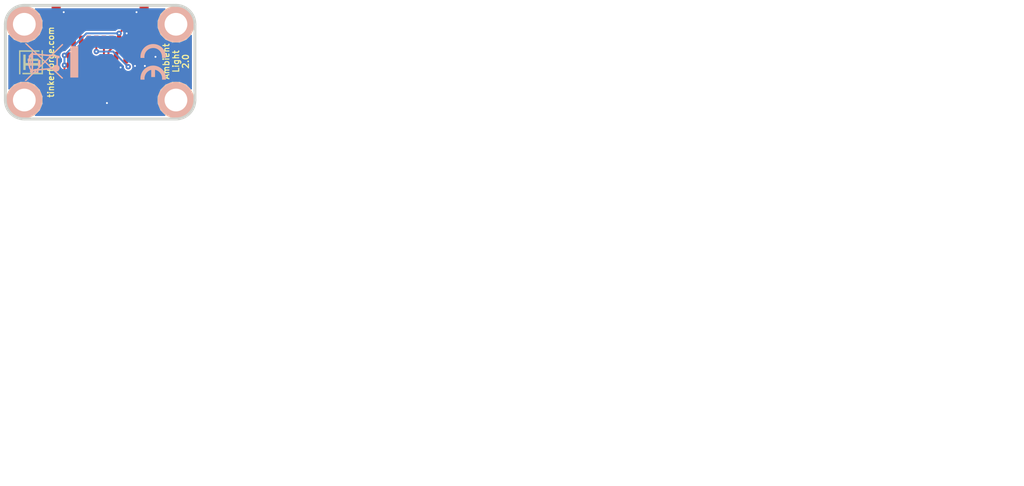
<source format=kicad_pcb>
(kicad_pcb (version 4) (host pcbnew 4.0.2+dfsg1-stable)
  (title_block (title "Ambient Light Bricklet") (date "Do 02 Apr 2015") (rev 2.0) (company Tinkerforge) (comment 1 "Licensed under CERN OHL v.1.1") (comment 2 "Copyright (©) 2015, B.Nordmeyer <bastian@tinkerforge.com>"))
  (layers (0 F.Cu signal) (31 B.Cu signal hide) (34 B.Paste user) (35 F.Paste user) (36 B.SilkS user) (37 F.SilkS user) (38 B.Mask user) (39 F.Mask user) (44 Edge.Cuts user))
  (net 0 "")
  (net 1 GND)
  (net 2 VCC)
  (net 3 SCL)
  (net 4 SDA)
  (net 5 "Net-(P1-Pad6)")
  (net 6 "Net-(P1-Pad7)")
  (net 7 "Net-(P1-Pad8)")
  (net 8 "Net-(P1-Pad1)")
  (net 9 "Net-(P1-Pad9)")
  (net 10 "Net-(P1-Pad10)")
  (net 11 "Net-(U1-Pad7)")
  (module kicad-libraries:R0603 (layer F.Cu) (at 139.2 94.4)
    (fp_text reference R2)
    (fp_text value 2k2)
    (pad 1 smd rect (at -0.8001 0) (size 0.8001 0.8001) (layers F.Cu F.Paste F.Mask) (net 2 VCC))
    (pad 2 smd rect (at 0.8001 0) (size 0.8001 0.8001) (layers F.Cu F.Paste F.Mask) (net 7 "Net-(P1-Pad8)"))
  )
  (module kicad-libraries:R0603 (layer F.Cu) (at 139.2 93.1)
    (fp_text reference R1)
    (fp_text value 2k2)
    (pad 1 smd rect (at -0.8001 0) (size 0.8001 0.8001) (layers F.Cu F.Paste F.Mask) (net 2 VCC))
    (pad 2 smd rect (at 0.8001 0) (size 0.8001 0.8001) (layers F.Cu F.Paste F.Mask) (net 6 "Net-(P1-Pad7)"))
  )
  (module kicad-libraries:C0603 (layer F.Cu) (at 141.8 99.4 180)
    (fp_text reference C2)
    (fp_text value 100nF)
    (pad 1 smd rect (at -0.8001 0 180) (size 0.8001 0.8001) (layers F.Cu F.Paste F.Mask) (net 1 GND))
    (pad 2 smd rect (at 0.8001 0 180) (size 0.8001 0.8001) (layers F.Cu F.Paste F.Mask) (net 2 VCC))
  )
  (module kicad-libraries:C0603 (layer F.Cu) (at 149.7 94.8 270)
    (fp_text reference C1)
    (fp_text value 100nF)
    (pad 1 smd rect (at -0.8001 0 270) (size 0.8001 0.8001) (layers F.Cu F.Paste F.Mask) (net 1 GND))
    (pad 2 smd rect (at 0.8001 0 270) (size 0.8001 0.8001) (layers F.Cu F.Paste F.Mask) (net 2 VCC))
  )
  (module kicad-libraries:Fiducial_Mark (layer F.Cu) (at 145.4 88)
    (fp_text reference Fiducial_Mark hide)
    (fp_text value VAL** hide)
    (pad 1 smd circle (at 0 0) (size 1.00076 1.00076) (layers F.Cu F.Paste F.Mask) (clearance 0.65024))
  )
  (module kicad-libraries:Fiducial_Mark (layer F.Cu) (at 136.9 100)
    (fp_text reference Fiducial_Mark hide)
    (fp_text value VAL** hide)
    (pad 1 smd circle (at 0 0) (size 1.00076 1.00076) (layers F.Cu F.Paste F.Mask) (clearance 0.65024))
  )
  (module kicad-libraries:CE_5mm (layer B.Cu) (at 149.4 94 270)
    (fp_text reference VAL hide)
    (fp_text value CE_5mm hide)
  )
  (module kicad-libraries:WEEE_7mm_back (layer B.Cu) (at 136 94 90)
    (fp_text reference VAL hide)
    (fp_text value WEEE_7mm_back hide)
  )
  (module kicad-libraries:Logo_31x31 (layer F.Cu) (at 131.7 95.6 90)
    (fp_text reference G*** hide)
    (fp_text value Logo_31x31 hide)
  )
  (module kicad-libraries:SOIC8 (layer F.Cu) (at 146.4 96.1 180)
    (fp_text reference U1)
    (fp_text value M24C64)
    (pad 1 smd rect (at -1.90246 2.69748) (size 0.59944 1.5494) (layers F.Cu F.Paste F.Mask) (net 1 GND))
    (pad 2 smd rect (at -0.63246 2.69748) (size 0.59944 1.5494) (layers F.Cu F.Paste F.Mask) (net 1 GND))
    (pad 3 smd rect (at 0.63246 2.69748) (size 0.59944 1.5494) (layers F.Cu F.Paste F.Mask) (net 5 "Net-(P1-Pad6)"))
    (pad 4 smd rect (at 1.90246 2.69748) (size 0.59944 1.5494) (layers F.Cu F.Paste F.Mask) (net 1 GND))
    (pad 5 smd rect (at 1.90246 -2.69748 180) (size 0.59944 1.5494) (layers F.Cu F.Paste F.Mask) (net 4 SDA))
    (pad 6 smd rect (at 0.63246 -2.69748 180) (size 0.59944 1.5494) (layers F.Cu F.Paste F.Mask) (net 3 SCL))
    (pad 7 smd rect (at -0.63246 -2.69748 180) (size 0.59944 1.5494) (layers F.Cu F.Paste F.Mask) (net 11 "Net-(U1-Pad7)"))
    (pad 8 smd rect (at -1.90246 -2.69748 180) (size 0.59944 1.5494) (layers F.Cu F.Paste F.Mask) (net 2 VCC))
  )
  (module kicad-libraries:DRILL_NP (layer F.Cu) (at 152.4 89)
    (fp_text reference U6 hide)
    (fp_text value DRILL hide)
    (pad "" np_thru_hole circle (at 0 0) (size 2.99974 2.99974) (drill 2.99974) (layers *.Cu *.Mask F.SilkS) (clearance 0.89916))
  )
  (module kicad-libraries:DRILL_NP (layer F.Cu) (at 132.4 99)
    (fp_text reference U5 hide)
    (fp_text value DRILL hide)
    (pad "" np_thru_hole circle (at 0 0) (size 2.99974 2.99974) (drill 2.99974) (layers *.Cu *.Mask F.SilkS) (clearance 0.89916))
  )
  (module kicad-libraries:DRILL_NP (layer F.Cu) (at 132.4 89)
    (fp_text reference U4 hide)
    (fp_text value DRILL hide)
    (pad "" np_thru_hole circle (at 0 0) (size 2.99974 2.99974) (drill 2.99974) (layers *.Cu *.Mask F.SilkS) (clearance 0.89916))
  )
  (module kicad-libraries:DRILL_NP (layer F.Cu) (at 152.4 99)
    (fp_text reference U3 hide)
    (fp_text value DRILL hide)
    (pad "" np_thru_hole circle (at 0 0) (size 2.99974 2.99974) (drill 2.99974) (layers *.Cu *.Mask F.SilkS) (clearance 0.89916))
  )
  (module kicad-libraries:CON-SENSOR (layer F.Cu) (at 142.4 86.5 180)
    (fp_text reference P1)
    (fp_text value CON-SENSOR)
    (pad 1 smd rect (at -4.50088 -4.7752 180) (size 0.59944 1.5494) (layers F.Cu F.Paste F.Mask) (net 8 "Net-(P1-Pad1)"))
    (pad 2 smd rect (at -3.50012 -4.7752 180) (size 0.59944 1.5494) (layers F.Cu F.Paste F.Mask) (net 1 GND))
    (pad 3 smd rect (at -2.49936 -4.7752 180) (size 0.59944 1.5494) (layers F.Cu F.Paste F.Mask) (net 2 VCC))
    (pad 4 smd rect (at -1.50114 -4.7752 180) (size 0.59944 1.5494) (layers F.Cu F.Paste F.Mask) (net 3 SCL))
    (pad 5 smd rect (at -0.50038 -4.7752 180) (size 0.59944 1.5494) (layers F.Cu F.Paste F.Mask) (net 4 SDA))
    (pad 6 smd rect (at 0.50038 -4.7752 180) (size 0.59944 1.5494) (layers F.Cu F.Paste F.Mask) (net 5 "Net-(P1-Pad6)"))
    (pad 7 smd rect (at 1.50114 -4.7752 180) (size 0.59944 1.5494) (layers F.Cu F.Paste F.Mask) (net 6 "Net-(P1-Pad7)"))
    (pad 8 smd rect (at 2.49936 -4.7752 180) (size 0.59944 1.5494) (layers F.Cu F.Paste F.Mask) (net 7 "Net-(P1-Pad8)"))
    (pad 9 smd rect (at 3.50012 -4.7752 180) (size 0.59944 1.5494) (layers F.Cu F.Paste F.Mask) (net 9 "Net-(P1-Pad9)"))
    (pad 10 smd rect (at 4.50088 -4.7752 180) (size 0.59944 1.5494) (layers F.Cu F.Paste F.Mask) (net 10 "Net-(P1-Pad10)"))
    (pad EP smd rect (at -5.79882 -0.89916 180) (size 1.19888 1.80086) (layers F.Cu F.Paste F.Mask) (net 1 GND))
    (pad EP smd rect (at 5.79882 -0.89916 180) (size 1.19888 1.80086) (layers F.Cu F.Paste F.Mask) (net 1 GND))
  )
  (module kicad-libraries:LTR-329ALS (layer F.Cu) (at 141.8 97.1)
    (fp_text reference U2)
    (fp_text value LTR-329ALS)
    (pad 1 smd rect (at -0.7 0.775) (size 0.9 0.95) (layers F.Cu F.Paste F.Mask) (net 2 VCC))
    (pad 2 smd rect (at 0.7 0.775) (size 0.9 0.95) (layers F.Cu F.Paste F.Mask) (net 1 GND))
    (pad 3 smd rect (at 0.7 -0.775) (size 0.9 0.95) (layers F.Cu F.Paste F.Mask) (net 6 "Net-(P1-Pad7)"))
    (pad 4 smd rect (at -0.7 -0.775) (size 0.9 0.95) (layers F.Cu F.Paste F.Mask) (net 7 "Net-(P1-Pad8)"))
  )
  (gr_text "Ambient\nLight\n2.0" (at 152.4 93.9 90) (layer F.SilkS) (effects (font (size 0.8 0.8))))
  (gr_text tinkerforge.com (at 135.9 94 90) (layer F.SilkS) (effects (font (size 0.8 0.8))))
  (gr_line (start 132.4 101.5) (end 152.4 101.5) (angle 90) (layer Edge.Cuts) (width 0.381))
  (gr_line (start 129.9 89) (end 129.9 99) (angle 90) (layer Edge.Cuts) (width 0.381))
  (gr_line (start 152.4 86.5) (end 132.4 86.5) (angle 90) (layer Edge.Cuts) (width 0.381))
  (gr_line (start 154.9 99) (end 154.9 89) (angle 90) (layer Edge.Cuts) (width 0.381))
  (gr_arc (start 152.4 99) (end 154.9 99) (angle 90) (layer Edge.Cuts) (width 0.381))
  (gr_arc (start 132.4 99) (end 132.4 101.5) (angle 90) (layer Edge.Cuts) (width 0.381))
  (gr_arc (start 132.4 89) (end 129.9 89) (angle 90) (layer Edge.Cuts) (width 0.381))
  (gr_arc (start 152.4 89) (end 152.4 86.5) (angle 90) (layer Edge.Cuts) (width 0.381))
  (segment (start 142.5 99.2999) (end 142.6001 99.4) (width 0.25) (layer F.Cu) (net 1))
  (segment (start 142.5 97.875) (end 142.5 99.2999) (width 0.25) (layer F.Cu) (net 1))
  (segment (start 143.3 96.5) (end 143.3 99.4) (width 0.25) (layer B.Cu) (net 1))
  (segment (start 142.6001 99.4) (end 143.3 99.4) (width 0.25) (layer F.Cu) (net 1))
  (via (at 143.3 99.4) (size 0.7) (layers F.Cu B.Cu) (net 1))
  (segment (start 145.1 94.7) (end 143.3 96.5) (width 0.25) (layer B.Cu) (net 1))
  (via (at 145.1 94.7) (size 0.7) (layers F.Cu B.Cu) (net 1))
  (segment (start 144.49754 94.09754) (end 145.1 94.7) (width 0.25) (layer F.Cu) (net 1))
  (segment (start 144.49754 93.40252) (end 144.49754 94.09754) (width 0.25) (layer F.Cu) (net 1))
  (segment (start 149.5 93.3) (end 148.3 94.5) (width 0.25) (layer B.Cu) (net 1))
  (segment (start 148.30246 94.49754) (end 148.30246 93.40252) (width 0.25) (layer F.Cu) (net 1))
  (via (at 148.3 94.5) (size 0.7) (layers F.Cu B.Cu) (net 1))
  (segment (start 148.30246 94.49754) (end 148.3 94.5) (width 0.25) (layer F.Cu) (net 1))
  (segment (start 149.7 93.9999) (end 149.7 93.3) (width 0.25) (layer F.Cu) (net 1))
  (via (at 149.7 93.3) (size 0.7) (layers F.Cu B.Cu) (net 1))
  (segment (start 149.7 93.3) (end 149.5 93.3) (width 0.25) (layer B.Cu) (net 1))
  (segment (start 147.03246 94.46754) (end 147.03246 93.40252) (width 0.25) (layer F.Cu) (net 1))
  (via (at 147 94.5) (size 0.7) (layers F.Cu B.Cu) (net 1))
  (segment (start 147.03246 94.46754) (end 147 94.5) (width 0.25) (layer F.Cu) (net 1))
  (segment (start 148.3 94.5) (end 147 94.5) (width 0.25) (layer B.Cu) (net 1))
  (segment (start 147 95.2) (end 146.8 95.4) (width 0.25) (layer B.Cu) (net 1))
  (segment (start 146.8 95.4) (end 145.8 95.4) (width 0.25) (layer B.Cu) (net 1))
  (segment (start 145.8 95.4) (end 145.1 94.7) (width 0.25) (layer B.Cu) (net 1))
  (segment (start 147 94.5) (end 147 95.2) (width 0.25) (layer B.Cu) (net 1))
  (segment (start 149 93.3) (end 145.9 90.2) (width 0.25) (layer B.Cu) (net 1))
  (segment (start 145.90012 90.20012) (end 145.90012 91.2752) (width 0.25) (layer F.Cu) (net 1))
  (via (at 145.9 90.2) (size 0.7) (layers F.Cu B.Cu) (net 1))
  (segment (start 145.90012 90.20012) (end 145.9 90.2) (width 0.25) (layer F.Cu) (net 1))
  (segment (start 149.7 93.3) (end 149 93.3) (width 0.25) (layer B.Cu) (net 1))
  (segment (start 145.9 88.7) (end 147.2 87.4) (width 0.25) (layer B.Cu) (net 1))
  (via (at 147.2 87.4) (size 0.7) (layers F.Cu B.Cu) (net 1))
  (segment (start 147.2 87.4) (end 147.20084 87.39916) (width 0.25) (layer F.Cu) (net 1))
  (segment (start 147.20084 87.39916) (end 148.19882 87.39916) (width 0.25) (layer F.Cu) (net 1))
  (segment (start 145.9 90.2) (end 145.9 88.7) (width 0.25) (layer B.Cu) (net 1))
  (via (at 137.6 87.4) (size 0.7) (layers F.Cu B.Cu) (net 1))
  (segment (start 137.6 87.4) (end 137.59916 87.39916) (width 0.25) (layer F.Cu) (net 1))
  (segment (start 137.59916 87.39916) (end 136.60118 87.39916) (width 0.25) (layer F.Cu) (net 1))
  (segment (start 147.2 87.4) (end 137.6 87.4) (width 0.25) (layer B.Cu) (net 1))
  (segment (start 148.30246 97.79754) (end 149.7 96.4) (width 0.25) (layer F.Cu) (net 2))
  (segment (start 149.7 96.4) (end 149.7 95.6001) (width 0.25) (layer F.Cu) (net 2))
  (segment (start 148.30246 98.79748) (end 148.30246 97.79754) (width 0.25) (layer F.Cu) (net 2))
  (segment (start 141.1 99.2999) (end 140.9999 99.4) (width 0.25) (layer F.Cu) (net 2))
  (segment (start 144.9 90.2) (end 140.6 90.2) (width 0.25) (layer B.Cu) (net 2))
  (via (at 144.9 90.2) (size 0.7) (layers F.Cu B.Cu) (net 2))
  (segment (start 140.6 90.2) (end 137.7 93.1) (width 0.25) (layer B.Cu) (net 2))
  (segment (start 137.7 93.1) (end 138.3999 93.1) (width 0.25) (layer F.Cu) (net 2))
  (via (at 137.7 93.1) (size 0.7) (layers F.Cu B.Cu) (net 2))
  (segment (start 144.89936 90.20064) (end 144.9 90.2) (width 0.25) (layer F.Cu) (net 2))
  (segment (start 144.89936 91.2752) (end 144.89936 90.20064) (width 0.25) (layer F.Cu) (net 2))
  (segment (start 137.7 94.4) (end 138.3999 94.4) (width 0.25) (layer F.Cu) (net 2))
  (via (at 137.7 94.4) (size 0.7) (layers F.Cu B.Cu) (net 2))
  (segment (start 137.7 93.1) (end 137.7 94.4) (width 0.25) (layer B.Cu) (net 2))
  (segment (start 139.9 99.4) (end 137.7 97.2) (width 0.25) (layer F.Cu) (net 2))
  (segment (start 137.7 97.2) (end 137.7 94.4) (width 0.25) (layer F.Cu) (net 2))
  (segment (start 140.9999 99.4) (end 139.9 99.4) (width 0.25) (layer F.Cu) (net 2))
  (segment (start 141.1 99.2999) (end 140.9999 99.4) (width 0.25) (layer F.Cu) (net 2))
  (segment (start 141.1 97.875) (end 141.1 99.2999) (width 0.25) (layer F.Cu) (net 2))
  (segment (start 150.3999 95.6001) (end 150.8 95.2) (width 0.25) (layer F.Cu) (net 2))
  (segment (start 150.8 95.2) (end 150.8 92.6) (width 0.25) (layer F.Cu) (net 2))
  (segment (start 150.8 92.6) (end 147.7 89.5) (width 0.25) (layer F.Cu) (net 2))
  (segment (start 147.7 89.5) (end 145.6 89.5) (width 0.25) (layer F.Cu) (net 2))
  (segment (start 145.6 89.5) (end 144.9 90.2) (width 0.25) (layer F.Cu) (net 2))
  (segment (start 149.7 95.6001) (end 150.3999 95.6001) (width 0.25) (layer F.Cu) (net 2))
  (segment (start 143.90114 92.19886) (end 143.5 92.6) (width 0.25) (layer F.Cu) (net 3))
  (segment (start 143.5 92.6) (end 143.5 94.1) (width 0.25) (layer F.Cu) (net 3))
  (segment (start 143.5 94.1) (end 145.76754 96.36754) (width 0.25) (layer F.Cu) (net 3))
  (segment (start 145.76754 96.36754) (end 145.76754 98.79748) (width 0.25) (layer F.Cu) (net 3))
  (segment (start 143.90114 91.2752) (end 143.90114 92.19886) (width 0.25) (layer F.Cu) (net 3))
  (segment (start 144.49754 96.09754) (end 142.90038 94.50038) (width 0.25) (layer F.Cu) (net 4))
  (segment (start 142.90038 94.50038) (end 142.90038 91.2752) (width 0.25) (layer F.Cu) (net 4))
  (segment (start 144.49754 98.79748) (end 144.49754 96.09754) (width 0.25) (layer F.Cu) (net 4))
  (segment (start 145.76754 94.26754) (end 146.1 94.6) (width 0.25) (layer F.Cu) (net 5))
  (via (at 146.1 94.6) (size 0.7) (layers F.Cu B.Cu) (net 5))
  (segment (start 146.1 94.6) (end 144.1 92.6) (width 0.25) (layer B.Cu) (net 5))
  (segment (start 144.1 92.6) (end 141.9 92.6) (width 0.25) (layer B.Cu) (net 5))
  (via (at 141.9 92.6) (size 0.7) (layers F.Cu B.Cu) (net 5))
  (segment (start 141.9 92.6) (end 141.89962 92.59962) (width 0.25) (layer F.Cu) (net 5))
  (segment (start 141.89962 92.59962) (end 141.89962 91.2752) (width 0.25) (layer F.Cu) (net 5))
  (segment (start 145.76754 93.40252) (end 145.76754 94.26754) (width 0.25) (layer F.Cu) (net 5))
  (segment (start 140.0001 92.7999) (end 140.0001 93.1) (width 0.25) (layer F.Cu) (net 6))
  (segment (start 140.89886 91.90114) (end 140.0001 92.7999) (width 0.25) (layer F.Cu) (net 6))
  (segment (start 140.89886 91.2752) (end 140.89886 91.90114) (width 0.25) (layer F.Cu) (net 6))
  (segment (start 142.5 95.3) (end 141.4 94.2) (width 0.25) (layer F.Cu) (net 6))
  (segment (start 141.4 94.2) (end 141.4 93.5) (width 0.25) (layer F.Cu) (net 6))
  (segment (start 141.4 93.5) (end 141 93.1) (width 0.25) (layer F.Cu) (net 6))
  (segment (start 141 93.1) (end 140.0001 93.1) (width 0.25) (layer F.Cu) (net 6))
  (segment (start 142.5 96.325) (end 142.5 95.3) (width 0.25) (layer F.Cu) (net 6))
  (segment (start 139.5 94.4) (end 140.0001 94.4) (width 0.25) (layer F.Cu) (net 7))
  (segment (start 139.2 94.1) (end 139.5 94.4) (width 0.25) (layer F.Cu) (net 7))
  (segment (start 139.2 92.6) (end 139.2 94.1) (width 0.25) (layer F.Cu) (net 7))
  (segment (start 139.90064 91.89936) (end 139.2 92.6) (width 0.25) (layer F.Cu) (net 7))
  (segment (start 139.90064 91.2752) (end 139.90064 91.89936) (width 0.25) (layer F.Cu) (net 7))
  (segment (start 141.1 95) (end 140.5 94.4) (width 0.25) (layer F.Cu) (net 7))
  (segment (start 140.5 94.4) (end 140.0001 94.4) (width 0.25) (layer F.Cu) (net 7))
  (segment (start 141.1 96.325) (end 141.1 95) (width 0.25) (layer F.Cu) (net 7))
  (zone (net 1) (net_name GND) (layer B.Cu) (connect_pads (clearance 0.2)) (min_thickness 0.15) (fill yes (arc_segments 16) (thermal_gap 0) (thermal_bridge_width 0.2))
    (polygon (pts (xy 129.9 86.5) (xy 154.9 86.5) (xy 154.9 101.5) (xy 129.9 101.5)))
  )
)
</source>
